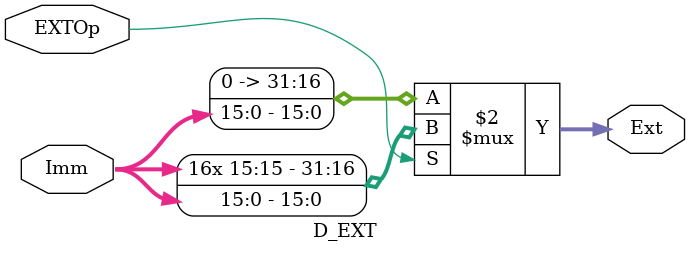
<source format=v>
`include "def.v" 
module D_EXT (
    input [15:0] Imm,
    output [31:0] Ext,
    input EXTOp
);
    assign Ext = (EXTOp == 1) ? {{16{Imm[15]}},Imm} : {16'b0,Imm};
endmodule
</source>
